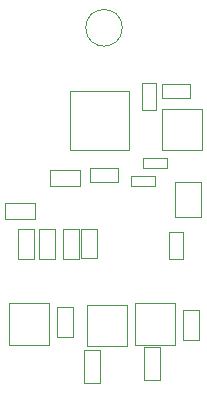
<source format=gbr>
G04 #@! TF.FileFunction,Other,User*
%FSLAX46Y46*%
G04 Gerber Fmt 4.6, Leading zero omitted, Abs format (unit mm)*
G04 Created by KiCad (PCBNEW 4.0.7) date 01/29/18 07:06:24*
%MOMM*%
%LPD*%
G01*
G04 APERTURE LIST*
%ADD10C,0.100000*%
%ADD11C,0.050000*%
G04 APERTURE END LIST*
D10*
D11*
X153268000Y-84774000D02*
X153268000Y-87074000D01*
X152068000Y-84774000D02*
X152068000Y-87074000D01*
X153268000Y-84774000D02*
X152068000Y-84774000D01*
X153268000Y-87074000D02*
X152068000Y-87074000D01*
X150008000Y-93128000D02*
X147708000Y-93128000D01*
X150008000Y-91928000D02*
X147708000Y-91928000D01*
X150008000Y-93128000D02*
X150008000Y-91928000D01*
X147708000Y-93128000D02*
X147708000Y-91928000D01*
X150408000Y-80082000D02*
G75*
G03X150408000Y-80082000I-1550000J0D01*
G01*
X155554000Y-97347000D02*
X155554000Y-99647000D01*
X154354000Y-97347000D02*
X154354000Y-99647000D01*
X155554000Y-97347000D02*
X154354000Y-97347000D01*
X155554000Y-99647000D02*
X154354000Y-99647000D01*
X156104000Y-86016000D02*
X153804000Y-86016000D01*
X156104000Y-84816000D02*
X153804000Y-84816000D01*
X156104000Y-86016000D02*
X156104000Y-84816000D01*
X153804000Y-86016000D02*
X153804000Y-84816000D01*
X153572000Y-107130000D02*
X153572000Y-109930000D01*
X153572000Y-107130000D02*
X152272000Y-107130000D01*
X152272000Y-109930000D02*
X153572000Y-109930000D01*
X152272000Y-109930000D02*
X152272000Y-107130000D01*
X147192000Y-110184000D02*
X147192000Y-107384000D01*
X147192000Y-110184000D02*
X148492000Y-110184000D01*
X148492000Y-107384000D02*
X147192000Y-107384000D01*
X148492000Y-107384000D02*
X148492000Y-110184000D01*
X153160000Y-93436000D02*
X151160000Y-93436000D01*
X153160000Y-93436000D02*
X153160000Y-92636000D01*
X151160000Y-92636000D02*
X151160000Y-93436000D01*
X151160000Y-92636000D02*
X153160000Y-92636000D01*
X154176000Y-91912000D02*
X152176000Y-91912000D01*
X154176000Y-91912000D02*
X154176000Y-91112000D01*
X152176000Y-91112000D02*
X152176000Y-91912000D01*
X152176000Y-91112000D02*
X154176000Y-91112000D01*
X157070000Y-93110000D02*
X157070000Y-96060000D01*
X157070000Y-96060000D02*
X154870000Y-96060000D01*
X154870000Y-96060000D02*
X154870000Y-93110000D01*
X154870000Y-93110000D02*
X157070000Y-93110000D01*
X156924000Y-103978000D02*
X156924000Y-106478000D01*
X156924000Y-103978000D02*
X155524000Y-103978000D01*
X155524000Y-106478000D02*
X156924000Y-106478000D01*
X155524000Y-106478000D02*
X155524000Y-103978000D01*
X146256000Y-103724000D02*
X146256000Y-106224000D01*
X146256000Y-103724000D02*
X144856000Y-103724000D01*
X144856000Y-106224000D02*
X146256000Y-106224000D01*
X144856000Y-106224000D02*
X144856000Y-103724000D01*
X146806000Y-93482000D02*
X144306000Y-93482000D01*
X146806000Y-93482000D02*
X146806000Y-92082000D01*
X144306000Y-92082000D02*
X144306000Y-93482000D01*
X144306000Y-92082000D02*
X146806000Y-92082000D01*
X140496000Y-94876000D02*
X142996000Y-94876000D01*
X140496000Y-94876000D02*
X140496000Y-96276000D01*
X142996000Y-96276000D02*
X142996000Y-94876000D01*
X142996000Y-96276000D02*
X140496000Y-96276000D01*
X153762000Y-86968000D02*
X157162000Y-86968000D01*
X157162000Y-86968000D02*
X157162000Y-90468000D01*
X157162000Y-90468000D02*
X153762000Y-90468000D01*
X153762000Y-90468000D02*
X153762000Y-86968000D01*
X144192000Y-106912000D02*
X140792000Y-106912000D01*
X140792000Y-106912000D02*
X140792000Y-103412000D01*
X140792000Y-103412000D02*
X144192000Y-103412000D01*
X144192000Y-103412000D02*
X144192000Y-106912000D01*
X145364000Y-99620000D02*
X145364000Y-97120000D01*
X145364000Y-99620000D02*
X146764000Y-99620000D01*
X146764000Y-97120000D02*
X145364000Y-97120000D01*
X146764000Y-97120000D02*
X146764000Y-99620000D01*
X143332000Y-99620000D02*
X143332000Y-97120000D01*
X143332000Y-99620000D02*
X144732000Y-99620000D01*
X144732000Y-97120000D02*
X143332000Y-97120000D01*
X144732000Y-97120000D02*
X144732000Y-99620000D01*
X141554000Y-99620000D02*
X141554000Y-97120000D01*
X141554000Y-99620000D02*
X142954000Y-99620000D01*
X142954000Y-97120000D02*
X141554000Y-97120000D01*
X142954000Y-97120000D02*
X142954000Y-99620000D01*
X146888000Y-99608000D02*
X146888000Y-97108000D01*
X146888000Y-99608000D02*
X148288000Y-99608000D01*
X148288000Y-97108000D02*
X146888000Y-97108000D01*
X148288000Y-97108000D02*
X148288000Y-99608000D01*
X154892000Y-106912000D02*
X151492000Y-106912000D01*
X151492000Y-106912000D02*
X151492000Y-103412000D01*
X151492000Y-103412000D02*
X154892000Y-103412000D01*
X154892000Y-103412000D02*
X154892000Y-106912000D01*
X150828000Y-107044000D02*
X147428000Y-107044000D01*
X147428000Y-107044000D02*
X147428000Y-103544000D01*
X147428000Y-103544000D02*
X150828000Y-103544000D01*
X150828000Y-103544000D02*
X150828000Y-107044000D01*
X145982000Y-90464000D02*
X145982000Y-85464000D01*
X145982000Y-85464000D02*
X150982000Y-85464000D01*
X150982000Y-85464000D02*
X150982000Y-90464000D01*
X150982000Y-90464000D02*
X145982000Y-90464000D01*
M02*

</source>
